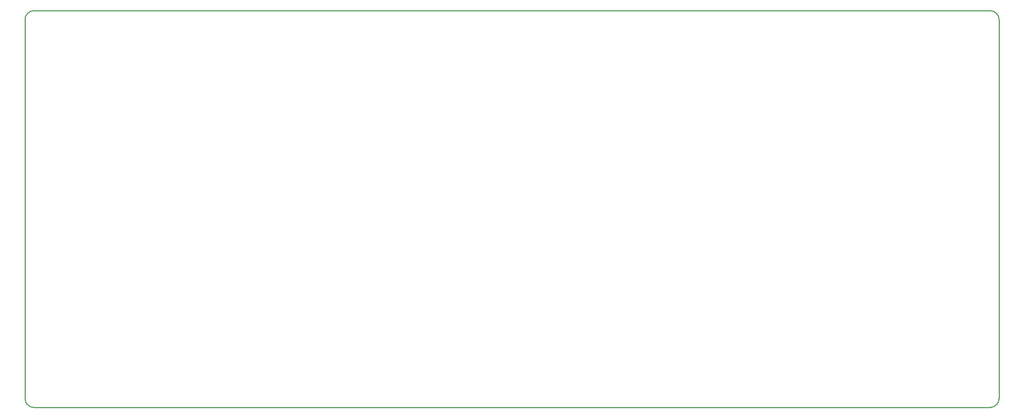
<source format=gm1>
G04 #@! TF.FileFunction,Profile,NP*
%FSLAX46Y46*%
G04 Gerber Fmt 4.6, Leading zero omitted, Abs format (unit mm)*
G04 Created by KiCad (PCBNEW 4.0.6) date 09/11/17 10:51:36*
%MOMM*%
%LPD*%
G01*
G04 APERTURE LIST*
%ADD10C,0.100000*%
%ADD11C,0.200000*%
G04 APERTURE END LIST*
D10*
D11*
X66548000Y-30347717D02*
G75*
G03X65024000Y-32004000I0J-1529283D01*
G01*
X65024000Y-96901000D02*
G75*
G03X66548000Y-98425000I1524000J0D01*
G01*
X230378000Y-98425000D02*
G75*
G03X231902000Y-96901000I0J1524000D01*
G01*
X231902000Y-31877000D02*
G75*
G03X230378000Y-30353000I-1524000J0D01*
G01*
X65024000Y-96901000D02*
X65024000Y-32004000D01*
X230378000Y-98425000D02*
X66548000Y-98425000D01*
X231902000Y-31877000D02*
X231902000Y-96901000D01*
X66548000Y-30353000D02*
X230378000Y-30353000D01*
M02*

</source>
